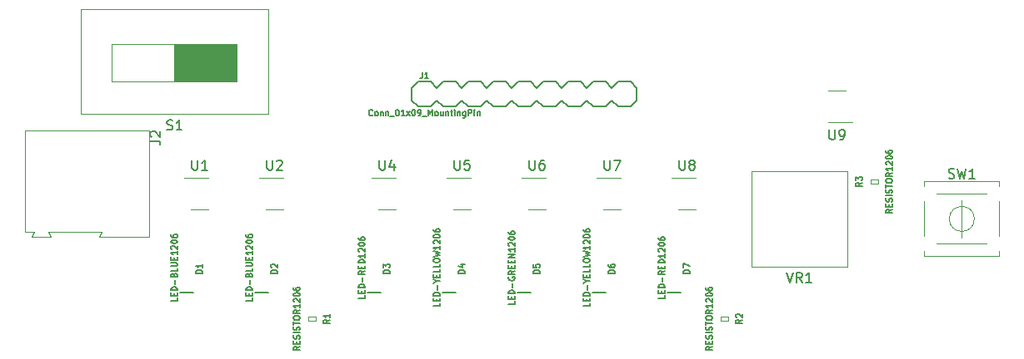
<source format=gbr>
%TF.GenerationSoftware,KiCad,Pcbnew,5.1.10*%
%TF.CreationDate,2021-08-10T02:55:14-04:00*%
%TF.ProjectId,KSG Display Board,4b534720-4469-4737-906c-617920426f61,rev?*%
%TF.SameCoordinates,Original*%
%TF.FileFunction,Legend,Top*%
%TF.FilePolarity,Positive*%
%FSLAX46Y46*%
G04 Gerber Fmt 4.6, Leading zero omitted, Abs format (unit mm)*
G04 Created by KiCad (PCBNEW 5.1.10) date 2021-08-10 02:55:14*
%MOMM*%
%LPD*%
G01*
G04 APERTURE LIST*
%ADD10C,0.066040*%
%ADD11C,0.203200*%
%ADD12C,0.120000*%
%ADD13C,0.100000*%
%ADD14C,0.127000*%
%ADD15C,0.150000*%
G04 APERTURE END LIST*
D10*
%TO.C,R3*%
X176928780Y-123388120D02*
X176928780Y-122991880D01*
X176928780Y-122991880D02*
X176131220Y-122991880D01*
X176131220Y-123388120D02*
X176131220Y-122991880D01*
X176928780Y-123388120D02*
X176131220Y-123388120D01*
%TO.C,R2*%
X160891220Y-136961880D02*
X160891220Y-137358120D01*
X160891220Y-137358120D02*
X161688780Y-137358120D01*
X161688780Y-136961880D02*
X161688780Y-137358120D01*
X160891220Y-136961880D02*
X161688780Y-136961880D01*
%TO.C,R1*%
X118981220Y-136961880D02*
X118981220Y-137358120D01*
X118981220Y-137358120D02*
X119778780Y-137358120D01*
X119778780Y-136961880D02*
X119778780Y-137358120D01*
X118981220Y-136961880D02*
X119778780Y-136961880D01*
D11*
%TO.C,D2*%
X114980720Y-134477760D02*
X113619280Y-134477760D01*
%TO.C,D1*%
X107360720Y-134477760D02*
X105999280Y-134477760D01*
D12*
%TO.C,U2*%
X116470000Y-122850000D02*
X114020000Y-122850000D01*
X114670000Y-126070000D02*
X116470000Y-126070000D01*
%TO.C,U1*%
X108850000Y-122850000D02*
X106400000Y-122850000D01*
X107050000Y-126070000D02*
X108850000Y-126070000D01*
%TO.C,S1*%
X114960000Y-116300000D02*
X95860000Y-116300000D01*
X114960000Y-116300000D02*
X114960000Y-105620000D01*
X95860000Y-116300000D02*
X95860000Y-105620000D01*
X114960000Y-105620000D02*
X95860000Y-105620000D01*
X111760000Y-113030000D02*
X99060000Y-113030000D01*
X99060000Y-113030000D02*
X99060000Y-109220000D01*
X99060000Y-109220000D02*
X111760000Y-109220000D01*
X111760000Y-109220000D02*
X111760000Y-113030000D01*
D13*
G36*
X105410000Y-109220000D02*
G01*
X111760000Y-109220000D01*
X111760000Y-113030000D01*
X105410000Y-113030000D01*
X105410000Y-109220000D01*
G37*
X105410000Y-109220000D02*
X111760000Y-109220000D01*
X111760000Y-113030000D01*
X105410000Y-113030000D01*
X105410000Y-109220000D01*
D12*
%TO.C,J2*%
X102820000Y-128850000D02*
X102820000Y-118000000D01*
X97720000Y-128850000D02*
X102820000Y-128850000D01*
X98020000Y-128350000D02*
X97720000Y-128850000D01*
X92620000Y-128350000D02*
X98020000Y-128350000D01*
X92870000Y-128850000D02*
X92620000Y-128350000D01*
X92820000Y-128850000D02*
X92870000Y-128850000D01*
X90920000Y-128850000D02*
X92820000Y-128850000D01*
X91170000Y-128350000D02*
X90920000Y-128850000D01*
X90220000Y-128350000D02*
X91170000Y-128350000D01*
X90220000Y-118000000D02*
X90220000Y-128350000D01*
X102820000Y-118000000D02*
X90220000Y-118000000D01*
%TO.C,SW1*%
X185420000Y-125095000D02*
X185420000Y-128905000D01*
X185420000Y-125730000D02*
X185420000Y-125095000D01*
X182880000Y-129540000D02*
X187960000Y-129540000D01*
X182880000Y-124460000D02*
X187960000Y-124460000D01*
X189230000Y-123190000D02*
X181610000Y-123190000D01*
X181610000Y-130810000D02*
X189230000Y-130810000D01*
X186690000Y-127000000D02*
G75*
G03*
X186690000Y-127000000I-1270000J0D01*
G01*
X181610000Y-125222000D02*
X181610000Y-128778000D01*
X189230000Y-125222000D02*
X189230000Y-128778000D01*
X189230000Y-123190000D02*
X189230000Y-123698000D01*
X181610000Y-123190000D02*
X181610000Y-123698000D01*
X181610000Y-130810000D02*
X181610000Y-130302000D01*
X189230000Y-130810000D02*
X189230000Y-130302000D01*
%TO.C,VR1*%
X164040000Y-131885000D02*
X164040000Y-122115000D01*
X173810000Y-131885000D02*
X173810000Y-122115000D01*
X173810000Y-122115000D02*
X164040000Y-122115000D01*
X173810000Y-131885000D02*
X164040000Y-131885000D01*
%TO.C,U9*%
X171820000Y-117180000D02*
X174270000Y-117180000D01*
X173620000Y-113960000D02*
X171820000Y-113960000D01*
%TO.C,U8*%
X158380000Y-122850000D02*
X155930000Y-122850000D01*
X156580000Y-126070000D02*
X158380000Y-126070000D01*
%TO.C,U7*%
X150760000Y-122850000D02*
X148310000Y-122850000D01*
X148960000Y-126070000D02*
X150760000Y-126070000D01*
%TO.C,U6*%
X143140000Y-122850000D02*
X140690000Y-122850000D01*
X141340000Y-126070000D02*
X143140000Y-126070000D01*
%TO.C,U5*%
X135520000Y-122850000D02*
X133070000Y-122850000D01*
X133720000Y-126070000D02*
X135520000Y-126070000D01*
%TO.C,U4*%
X127900000Y-122850000D02*
X125450000Y-122850000D01*
X126100000Y-126070000D02*
X127900000Y-126070000D01*
D11*
%TO.C,J1*%
X152400000Y-113665000D02*
X152400000Y-114935000D01*
X151765000Y-115570000D02*
X150495000Y-115570000D01*
X149860000Y-114935000D02*
X150495000Y-115570000D01*
X150495000Y-113030000D02*
X149860000Y-113665000D01*
X152400000Y-114935000D02*
X151765000Y-115570000D01*
X151765000Y-113030000D02*
X152400000Y-113665000D01*
X150495000Y-113030000D02*
X151765000Y-113030000D01*
X149225000Y-115570000D02*
X147955000Y-115570000D01*
X147320000Y-114935000D02*
X147955000Y-115570000D01*
X147955000Y-113030000D02*
X147320000Y-113665000D01*
X149860000Y-114935000D02*
X149225000Y-115570000D01*
X149225000Y-113030000D02*
X149860000Y-113665000D01*
X147955000Y-113030000D02*
X149225000Y-113030000D01*
X131445000Y-115570000D02*
X130175000Y-115570000D01*
X129540000Y-114935000D02*
X130175000Y-115570000D01*
X130175000Y-113030000D02*
X129540000Y-113665000D01*
X129540000Y-113665000D02*
X129540000Y-114935000D01*
X132715000Y-115570000D02*
X132080000Y-114935000D01*
X133985000Y-115570000D02*
X132715000Y-115570000D01*
X134620000Y-114935000D02*
X133985000Y-115570000D01*
X133985000Y-113030000D02*
X134620000Y-113665000D01*
X132715000Y-113030000D02*
X133985000Y-113030000D01*
X132080000Y-113665000D02*
X132715000Y-113030000D01*
X132080000Y-114935000D02*
X131445000Y-115570000D01*
X131445000Y-113030000D02*
X132080000Y-113665000D01*
X130175000Y-113030000D02*
X131445000Y-113030000D01*
X139065000Y-115570000D02*
X137795000Y-115570000D01*
X137160000Y-114935000D02*
X137795000Y-115570000D01*
X137795000Y-113030000D02*
X137160000Y-113665000D01*
X135255000Y-115570000D02*
X134620000Y-114935000D01*
X136525000Y-115570000D02*
X135255000Y-115570000D01*
X137160000Y-114935000D02*
X136525000Y-115570000D01*
X136525000Y-113030000D02*
X137160000Y-113665000D01*
X135255000Y-113030000D02*
X136525000Y-113030000D01*
X134620000Y-113665000D02*
X135255000Y-113030000D01*
X140335000Y-115570000D02*
X139700000Y-114935000D01*
X141605000Y-115570000D02*
X140335000Y-115570000D01*
X142240000Y-114935000D02*
X141605000Y-115570000D01*
X141605000Y-113030000D02*
X142240000Y-113665000D01*
X140335000Y-113030000D02*
X141605000Y-113030000D01*
X139700000Y-113665000D02*
X140335000Y-113030000D01*
X139700000Y-114935000D02*
X139065000Y-115570000D01*
X139065000Y-113030000D02*
X139700000Y-113665000D01*
X137795000Y-113030000D02*
X139065000Y-113030000D01*
X146685000Y-115570000D02*
X145415000Y-115570000D01*
X144780000Y-114935000D02*
X145415000Y-115570000D01*
X145415000Y-113030000D02*
X144780000Y-113665000D01*
X142875000Y-115570000D02*
X142240000Y-114935000D01*
X144145000Y-115570000D02*
X142875000Y-115570000D01*
X144780000Y-114935000D02*
X144145000Y-115570000D01*
X144145000Y-113030000D02*
X144780000Y-113665000D01*
X142875000Y-113030000D02*
X144145000Y-113030000D01*
X142240000Y-113665000D02*
X142875000Y-113030000D01*
X147320000Y-114935000D02*
X146685000Y-115570000D01*
X146685000Y-113030000D02*
X147320000Y-113665000D01*
X145415000Y-113030000D02*
X146685000Y-113030000D01*
%TO.C,D7*%
X156890720Y-134477760D02*
X155529280Y-134477760D01*
%TO.C,D6*%
X149270720Y-134477760D02*
X147909280Y-134477760D01*
%TO.C,D5*%
X141650720Y-134477760D02*
X140289280Y-134477760D01*
%TO.C,D4*%
X134030720Y-134477760D02*
X132669280Y-134477760D01*
%TO.C,D3*%
X126410720Y-134477760D02*
X125049280Y-134477760D01*
%TO.C,R3*%
D14*
X175281771Y-123291600D02*
X174991485Y-123494800D01*
X175281771Y-123639942D02*
X174672171Y-123639942D01*
X174672171Y-123407714D01*
X174701200Y-123349657D01*
X174730228Y-123320628D01*
X174788285Y-123291600D01*
X174875371Y-123291600D01*
X174933428Y-123320628D01*
X174962457Y-123349657D01*
X174991485Y-123407714D01*
X174991485Y-123639942D01*
X174672171Y-123088400D02*
X174672171Y-122711028D01*
X174904400Y-122914228D01*
X174904400Y-122827142D01*
X174933428Y-122769085D01*
X174962457Y-122740057D01*
X175020514Y-122711028D01*
X175165657Y-122711028D01*
X175223714Y-122740057D01*
X175252742Y-122769085D01*
X175281771Y-122827142D01*
X175281771Y-123001314D01*
X175252742Y-123059371D01*
X175223714Y-123088400D01*
X178329771Y-126020285D02*
X178039485Y-126223485D01*
X178329771Y-126368628D02*
X177720171Y-126368628D01*
X177720171Y-126136400D01*
X177749200Y-126078342D01*
X177778228Y-126049314D01*
X177836285Y-126020285D01*
X177923371Y-126020285D01*
X177981428Y-126049314D01*
X178010457Y-126078342D01*
X178039485Y-126136400D01*
X178039485Y-126368628D01*
X178010457Y-125759028D02*
X178010457Y-125555828D01*
X178329771Y-125468742D02*
X178329771Y-125759028D01*
X177720171Y-125759028D01*
X177720171Y-125468742D01*
X178300742Y-125236514D02*
X178329771Y-125149428D01*
X178329771Y-125004285D01*
X178300742Y-124946228D01*
X178271714Y-124917200D01*
X178213657Y-124888171D01*
X178155600Y-124888171D01*
X178097542Y-124917200D01*
X178068514Y-124946228D01*
X178039485Y-125004285D01*
X178010457Y-125120400D01*
X177981428Y-125178457D01*
X177952400Y-125207485D01*
X177894342Y-125236514D01*
X177836285Y-125236514D01*
X177778228Y-125207485D01*
X177749200Y-125178457D01*
X177720171Y-125120400D01*
X177720171Y-124975257D01*
X177749200Y-124888171D01*
X178329771Y-124626914D02*
X177720171Y-124626914D01*
X178300742Y-124365657D02*
X178329771Y-124278571D01*
X178329771Y-124133428D01*
X178300742Y-124075371D01*
X178271714Y-124046342D01*
X178213657Y-124017314D01*
X178155600Y-124017314D01*
X178097542Y-124046342D01*
X178068514Y-124075371D01*
X178039485Y-124133428D01*
X178010457Y-124249542D01*
X177981428Y-124307600D01*
X177952400Y-124336628D01*
X177894342Y-124365657D01*
X177836285Y-124365657D01*
X177778228Y-124336628D01*
X177749200Y-124307600D01*
X177720171Y-124249542D01*
X177720171Y-124104400D01*
X177749200Y-124017314D01*
X177720171Y-123843142D02*
X177720171Y-123494800D01*
X178329771Y-123668971D02*
X177720171Y-123668971D01*
X177720171Y-123175485D02*
X177720171Y-123059371D01*
X177749200Y-123001314D01*
X177807257Y-122943257D01*
X177923371Y-122914228D01*
X178126571Y-122914228D01*
X178242685Y-122943257D01*
X178300742Y-123001314D01*
X178329771Y-123059371D01*
X178329771Y-123175485D01*
X178300742Y-123233542D01*
X178242685Y-123291600D01*
X178126571Y-123320628D01*
X177923371Y-123320628D01*
X177807257Y-123291600D01*
X177749200Y-123233542D01*
X177720171Y-123175485D01*
X178329771Y-122304628D02*
X178039485Y-122507828D01*
X178329771Y-122652971D02*
X177720171Y-122652971D01*
X177720171Y-122420742D01*
X177749200Y-122362685D01*
X177778228Y-122333657D01*
X177836285Y-122304628D01*
X177923371Y-122304628D01*
X177981428Y-122333657D01*
X178010457Y-122362685D01*
X178039485Y-122420742D01*
X178039485Y-122652971D01*
X178329771Y-121724057D02*
X178329771Y-122072400D01*
X178329771Y-121898228D02*
X177720171Y-121898228D01*
X177807257Y-121956285D01*
X177865314Y-122014342D01*
X177894342Y-122072400D01*
X177778228Y-121491828D02*
X177749200Y-121462800D01*
X177720171Y-121404742D01*
X177720171Y-121259600D01*
X177749200Y-121201542D01*
X177778228Y-121172514D01*
X177836285Y-121143485D01*
X177894342Y-121143485D01*
X177981428Y-121172514D01*
X178329771Y-121520857D01*
X178329771Y-121143485D01*
X177720171Y-120766114D02*
X177720171Y-120708057D01*
X177749200Y-120650000D01*
X177778228Y-120620971D01*
X177836285Y-120591942D01*
X177952400Y-120562914D01*
X178097542Y-120562914D01*
X178213657Y-120591942D01*
X178271714Y-120620971D01*
X178300742Y-120650000D01*
X178329771Y-120708057D01*
X178329771Y-120766114D01*
X178300742Y-120824171D01*
X178271714Y-120853200D01*
X178213657Y-120882228D01*
X178097542Y-120911257D01*
X177952400Y-120911257D01*
X177836285Y-120882228D01*
X177778228Y-120853200D01*
X177749200Y-120824171D01*
X177720171Y-120766114D01*
X177720171Y-120040400D02*
X177720171Y-120156514D01*
X177749200Y-120214571D01*
X177778228Y-120243600D01*
X177865314Y-120301657D01*
X177981428Y-120330685D01*
X178213657Y-120330685D01*
X178271714Y-120301657D01*
X178300742Y-120272628D01*
X178329771Y-120214571D01*
X178329771Y-120098457D01*
X178300742Y-120040400D01*
X178271714Y-120011371D01*
X178213657Y-119982342D01*
X178068514Y-119982342D01*
X178010457Y-120011371D01*
X177981428Y-120040400D01*
X177952400Y-120098457D01*
X177952400Y-120214571D01*
X177981428Y-120272628D01*
X178010457Y-120301657D01*
X178068514Y-120330685D01*
%TO.C,R2*%
X163089771Y-137261600D02*
X162799485Y-137464800D01*
X163089771Y-137609942D02*
X162480171Y-137609942D01*
X162480171Y-137377714D01*
X162509200Y-137319657D01*
X162538228Y-137290628D01*
X162596285Y-137261600D01*
X162683371Y-137261600D01*
X162741428Y-137290628D01*
X162770457Y-137319657D01*
X162799485Y-137377714D01*
X162799485Y-137609942D01*
X162538228Y-137029371D02*
X162509200Y-137000342D01*
X162480171Y-136942285D01*
X162480171Y-136797142D01*
X162509200Y-136739085D01*
X162538228Y-136710057D01*
X162596285Y-136681028D01*
X162654342Y-136681028D01*
X162741428Y-136710057D01*
X163089771Y-137058400D01*
X163089771Y-136681028D01*
X160041771Y-139990285D02*
X159751485Y-140193485D01*
X160041771Y-140338628D02*
X159432171Y-140338628D01*
X159432171Y-140106400D01*
X159461200Y-140048342D01*
X159490228Y-140019314D01*
X159548285Y-139990285D01*
X159635371Y-139990285D01*
X159693428Y-140019314D01*
X159722457Y-140048342D01*
X159751485Y-140106400D01*
X159751485Y-140338628D01*
X159722457Y-139729028D02*
X159722457Y-139525828D01*
X160041771Y-139438742D02*
X160041771Y-139729028D01*
X159432171Y-139729028D01*
X159432171Y-139438742D01*
X160012742Y-139206514D02*
X160041771Y-139119428D01*
X160041771Y-138974285D01*
X160012742Y-138916228D01*
X159983714Y-138887200D01*
X159925657Y-138858171D01*
X159867600Y-138858171D01*
X159809542Y-138887200D01*
X159780514Y-138916228D01*
X159751485Y-138974285D01*
X159722457Y-139090400D01*
X159693428Y-139148457D01*
X159664400Y-139177485D01*
X159606342Y-139206514D01*
X159548285Y-139206514D01*
X159490228Y-139177485D01*
X159461200Y-139148457D01*
X159432171Y-139090400D01*
X159432171Y-138945257D01*
X159461200Y-138858171D01*
X160041771Y-138596914D02*
X159432171Y-138596914D01*
X160012742Y-138335657D02*
X160041771Y-138248571D01*
X160041771Y-138103428D01*
X160012742Y-138045371D01*
X159983714Y-138016342D01*
X159925657Y-137987314D01*
X159867600Y-137987314D01*
X159809542Y-138016342D01*
X159780514Y-138045371D01*
X159751485Y-138103428D01*
X159722457Y-138219542D01*
X159693428Y-138277600D01*
X159664400Y-138306628D01*
X159606342Y-138335657D01*
X159548285Y-138335657D01*
X159490228Y-138306628D01*
X159461200Y-138277600D01*
X159432171Y-138219542D01*
X159432171Y-138074400D01*
X159461200Y-137987314D01*
X159432171Y-137813142D02*
X159432171Y-137464800D01*
X160041771Y-137638971D02*
X159432171Y-137638971D01*
X159432171Y-137145485D02*
X159432171Y-137029371D01*
X159461200Y-136971314D01*
X159519257Y-136913257D01*
X159635371Y-136884228D01*
X159838571Y-136884228D01*
X159954685Y-136913257D01*
X160012742Y-136971314D01*
X160041771Y-137029371D01*
X160041771Y-137145485D01*
X160012742Y-137203542D01*
X159954685Y-137261600D01*
X159838571Y-137290628D01*
X159635371Y-137290628D01*
X159519257Y-137261600D01*
X159461200Y-137203542D01*
X159432171Y-137145485D01*
X160041771Y-136274628D02*
X159751485Y-136477828D01*
X160041771Y-136622971D02*
X159432171Y-136622971D01*
X159432171Y-136390742D01*
X159461200Y-136332685D01*
X159490228Y-136303657D01*
X159548285Y-136274628D01*
X159635371Y-136274628D01*
X159693428Y-136303657D01*
X159722457Y-136332685D01*
X159751485Y-136390742D01*
X159751485Y-136622971D01*
X160041771Y-135694057D02*
X160041771Y-136042400D01*
X160041771Y-135868228D02*
X159432171Y-135868228D01*
X159519257Y-135926285D01*
X159577314Y-135984342D01*
X159606342Y-136042400D01*
X159490228Y-135461828D02*
X159461200Y-135432800D01*
X159432171Y-135374742D01*
X159432171Y-135229600D01*
X159461200Y-135171542D01*
X159490228Y-135142514D01*
X159548285Y-135113485D01*
X159606342Y-135113485D01*
X159693428Y-135142514D01*
X160041771Y-135490857D01*
X160041771Y-135113485D01*
X159432171Y-134736114D02*
X159432171Y-134678057D01*
X159461200Y-134620000D01*
X159490228Y-134590971D01*
X159548285Y-134561942D01*
X159664400Y-134532914D01*
X159809542Y-134532914D01*
X159925657Y-134561942D01*
X159983714Y-134590971D01*
X160012742Y-134620000D01*
X160041771Y-134678057D01*
X160041771Y-134736114D01*
X160012742Y-134794171D01*
X159983714Y-134823200D01*
X159925657Y-134852228D01*
X159809542Y-134881257D01*
X159664400Y-134881257D01*
X159548285Y-134852228D01*
X159490228Y-134823200D01*
X159461200Y-134794171D01*
X159432171Y-134736114D01*
X159432171Y-134010400D02*
X159432171Y-134126514D01*
X159461200Y-134184571D01*
X159490228Y-134213600D01*
X159577314Y-134271657D01*
X159693428Y-134300685D01*
X159925657Y-134300685D01*
X159983714Y-134271657D01*
X160012742Y-134242628D01*
X160041771Y-134184571D01*
X160041771Y-134068457D01*
X160012742Y-134010400D01*
X159983714Y-133981371D01*
X159925657Y-133952342D01*
X159780514Y-133952342D01*
X159722457Y-133981371D01*
X159693428Y-134010400D01*
X159664400Y-134068457D01*
X159664400Y-134184571D01*
X159693428Y-134242628D01*
X159722457Y-134271657D01*
X159780514Y-134300685D01*
%TO.C,R1*%
X121179771Y-137261600D02*
X120889485Y-137464800D01*
X121179771Y-137609942D02*
X120570171Y-137609942D01*
X120570171Y-137377714D01*
X120599200Y-137319657D01*
X120628228Y-137290628D01*
X120686285Y-137261600D01*
X120773371Y-137261600D01*
X120831428Y-137290628D01*
X120860457Y-137319657D01*
X120889485Y-137377714D01*
X120889485Y-137609942D01*
X121179771Y-136681028D02*
X121179771Y-137029371D01*
X121179771Y-136855200D02*
X120570171Y-136855200D01*
X120657257Y-136913257D01*
X120715314Y-136971314D01*
X120744342Y-137029371D01*
X118131771Y-139990285D02*
X117841485Y-140193485D01*
X118131771Y-140338628D02*
X117522171Y-140338628D01*
X117522171Y-140106400D01*
X117551200Y-140048342D01*
X117580228Y-140019314D01*
X117638285Y-139990285D01*
X117725371Y-139990285D01*
X117783428Y-140019314D01*
X117812457Y-140048342D01*
X117841485Y-140106400D01*
X117841485Y-140338628D01*
X117812457Y-139729028D02*
X117812457Y-139525828D01*
X118131771Y-139438742D02*
X118131771Y-139729028D01*
X117522171Y-139729028D01*
X117522171Y-139438742D01*
X118102742Y-139206514D02*
X118131771Y-139119428D01*
X118131771Y-138974285D01*
X118102742Y-138916228D01*
X118073714Y-138887200D01*
X118015657Y-138858171D01*
X117957600Y-138858171D01*
X117899542Y-138887200D01*
X117870514Y-138916228D01*
X117841485Y-138974285D01*
X117812457Y-139090400D01*
X117783428Y-139148457D01*
X117754400Y-139177485D01*
X117696342Y-139206514D01*
X117638285Y-139206514D01*
X117580228Y-139177485D01*
X117551200Y-139148457D01*
X117522171Y-139090400D01*
X117522171Y-138945257D01*
X117551200Y-138858171D01*
X118131771Y-138596914D02*
X117522171Y-138596914D01*
X118102742Y-138335657D02*
X118131771Y-138248571D01*
X118131771Y-138103428D01*
X118102742Y-138045371D01*
X118073714Y-138016342D01*
X118015657Y-137987314D01*
X117957600Y-137987314D01*
X117899542Y-138016342D01*
X117870514Y-138045371D01*
X117841485Y-138103428D01*
X117812457Y-138219542D01*
X117783428Y-138277600D01*
X117754400Y-138306628D01*
X117696342Y-138335657D01*
X117638285Y-138335657D01*
X117580228Y-138306628D01*
X117551200Y-138277600D01*
X117522171Y-138219542D01*
X117522171Y-138074400D01*
X117551200Y-137987314D01*
X117522171Y-137813142D02*
X117522171Y-137464800D01*
X118131771Y-137638971D02*
X117522171Y-137638971D01*
X117522171Y-137145485D02*
X117522171Y-137029371D01*
X117551200Y-136971314D01*
X117609257Y-136913257D01*
X117725371Y-136884228D01*
X117928571Y-136884228D01*
X118044685Y-136913257D01*
X118102742Y-136971314D01*
X118131771Y-137029371D01*
X118131771Y-137145485D01*
X118102742Y-137203542D01*
X118044685Y-137261600D01*
X117928571Y-137290628D01*
X117725371Y-137290628D01*
X117609257Y-137261600D01*
X117551200Y-137203542D01*
X117522171Y-137145485D01*
X118131771Y-136274628D02*
X117841485Y-136477828D01*
X118131771Y-136622971D02*
X117522171Y-136622971D01*
X117522171Y-136390742D01*
X117551200Y-136332685D01*
X117580228Y-136303657D01*
X117638285Y-136274628D01*
X117725371Y-136274628D01*
X117783428Y-136303657D01*
X117812457Y-136332685D01*
X117841485Y-136390742D01*
X117841485Y-136622971D01*
X118131771Y-135694057D02*
X118131771Y-136042400D01*
X118131771Y-135868228D02*
X117522171Y-135868228D01*
X117609257Y-135926285D01*
X117667314Y-135984342D01*
X117696342Y-136042400D01*
X117580228Y-135461828D02*
X117551200Y-135432800D01*
X117522171Y-135374742D01*
X117522171Y-135229600D01*
X117551200Y-135171542D01*
X117580228Y-135142514D01*
X117638285Y-135113485D01*
X117696342Y-135113485D01*
X117783428Y-135142514D01*
X118131771Y-135490857D01*
X118131771Y-135113485D01*
X117522171Y-134736114D02*
X117522171Y-134678057D01*
X117551200Y-134620000D01*
X117580228Y-134590971D01*
X117638285Y-134561942D01*
X117754400Y-134532914D01*
X117899542Y-134532914D01*
X118015657Y-134561942D01*
X118073714Y-134590971D01*
X118102742Y-134620000D01*
X118131771Y-134678057D01*
X118131771Y-134736114D01*
X118102742Y-134794171D01*
X118073714Y-134823200D01*
X118015657Y-134852228D01*
X117899542Y-134881257D01*
X117754400Y-134881257D01*
X117638285Y-134852228D01*
X117580228Y-134823200D01*
X117551200Y-134794171D01*
X117522171Y-134736114D01*
X117522171Y-134010400D02*
X117522171Y-134126514D01*
X117551200Y-134184571D01*
X117580228Y-134213600D01*
X117667314Y-134271657D01*
X117783428Y-134300685D01*
X118015657Y-134300685D01*
X118073714Y-134271657D01*
X118102742Y-134242628D01*
X118131771Y-134184571D01*
X118131771Y-134068457D01*
X118102742Y-134010400D01*
X118073714Y-133981371D01*
X118015657Y-133952342D01*
X117870514Y-133952342D01*
X117812457Y-133981371D01*
X117783428Y-134010400D01*
X117754400Y-134068457D01*
X117754400Y-134184571D01*
X117783428Y-134242628D01*
X117812457Y-134271657D01*
X117870514Y-134300685D01*
%TO.C,D2*%
X115845771Y-132529942D02*
X115236171Y-132529942D01*
X115236171Y-132384800D01*
X115265200Y-132297714D01*
X115323257Y-132239657D01*
X115381314Y-132210628D01*
X115497428Y-132181600D01*
X115584514Y-132181600D01*
X115700628Y-132210628D01*
X115758685Y-132239657D01*
X115816742Y-132297714D01*
X115845771Y-132384800D01*
X115845771Y-132529942D01*
X115294228Y-131949371D02*
X115265200Y-131920342D01*
X115236171Y-131862285D01*
X115236171Y-131717142D01*
X115265200Y-131659085D01*
X115294228Y-131630057D01*
X115352285Y-131601028D01*
X115410342Y-131601028D01*
X115497428Y-131630057D01*
X115845771Y-131978400D01*
X115845771Y-131601028D01*
X113305771Y-135030028D02*
X113305771Y-135320314D01*
X112696171Y-135320314D01*
X112986457Y-134826828D02*
X112986457Y-134623628D01*
X113305771Y-134536542D02*
X113305771Y-134826828D01*
X112696171Y-134826828D01*
X112696171Y-134536542D01*
X113305771Y-134275285D02*
X112696171Y-134275285D01*
X112696171Y-134130142D01*
X112725200Y-134043057D01*
X112783257Y-133985000D01*
X112841314Y-133955971D01*
X112957428Y-133926942D01*
X113044514Y-133926942D01*
X113160628Y-133955971D01*
X113218685Y-133985000D01*
X113276742Y-134043057D01*
X113305771Y-134130142D01*
X113305771Y-134275285D01*
X113073542Y-133665685D02*
X113073542Y-133201228D01*
X112986457Y-132707742D02*
X113015485Y-132620657D01*
X113044514Y-132591628D01*
X113102571Y-132562600D01*
X113189657Y-132562600D01*
X113247714Y-132591628D01*
X113276742Y-132620657D01*
X113305771Y-132678714D01*
X113305771Y-132910942D01*
X112696171Y-132910942D01*
X112696171Y-132707742D01*
X112725200Y-132649685D01*
X112754228Y-132620657D01*
X112812285Y-132591628D01*
X112870342Y-132591628D01*
X112928400Y-132620657D01*
X112957428Y-132649685D01*
X112986457Y-132707742D01*
X112986457Y-132910942D01*
X113305771Y-132011057D02*
X113305771Y-132301342D01*
X112696171Y-132301342D01*
X112696171Y-131807857D02*
X113189657Y-131807857D01*
X113247714Y-131778828D01*
X113276742Y-131749800D01*
X113305771Y-131691742D01*
X113305771Y-131575628D01*
X113276742Y-131517571D01*
X113247714Y-131488542D01*
X113189657Y-131459514D01*
X112696171Y-131459514D01*
X112986457Y-131169228D02*
X112986457Y-130966028D01*
X113305771Y-130878942D02*
X113305771Y-131169228D01*
X112696171Y-131169228D01*
X112696171Y-130878942D01*
X113305771Y-130298371D02*
X113305771Y-130646714D01*
X113305771Y-130472542D02*
X112696171Y-130472542D01*
X112783257Y-130530600D01*
X112841314Y-130588657D01*
X112870342Y-130646714D01*
X112754228Y-130066142D02*
X112725200Y-130037114D01*
X112696171Y-129979057D01*
X112696171Y-129833914D01*
X112725200Y-129775857D01*
X112754228Y-129746828D01*
X112812285Y-129717800D01*
X112870342Y-129717800D01*
X112957428Y-129746828D01*
X113305771Y-130095171D01*
X113305771Y-129717800D01*
X112696171Y-129340428D02*
X112696171Y-129282371D01*
X112725200Y-129224314D01*
X112754228Y-129195285D01*
X112812285Y-129166257D01*
X112928400Y-129137228D01*
X113073542Y-129137228D01*
X113189657Y-129166257D01*
X113247714Y-129195285D01*
X113276742Y-129224314D01*
X113305771Y-129282371D01*
X113305771Y-129340428D01*
X113276742Y-129398485D01*
X113247714Y-129427514D01*
X113189657Y-129456542D01*
X113073542Y-129485571D01*
X112928400Y-129485571D01*
X112812285Y-129456542D01*
X112754228Y-129427514D01*
X112725200Y-129398485D01*
X112696171Y-129340428D01*
X112696171Y-128614714D02*
X112696171Y-128730828D01*
X112725200Y-128788885D01*
X112754228Y-128817914D01*
X112841314Y-128875971D01*
X112957428Y-128905000D01*
X113189657Y-128905000D01*
X113247714Y-128875971D01*
X113276742Y-128846942D01*
X113305771Y-128788885D01*
X113305771Y-128672771D01*
X113276742Y-128614714D01*
X113247714Y-128585685D01*
X113189657Y-128556657D01*
X113044514Y-128556657D01*
X112986457Y-128585685D01*
X112957428Y-128614714D01*
X112928400Y-128672771D01*
X112928400Y-128788885D01*
X112957428Y-128846942D01*
X112986457Y-128875971D01*
X113044514Y-128905000D01*
%TO.C,D1*%
X108225771Y-132529942D02*
X107616171Y-132529942D01*
X107616171Y-132384800D01*
X107645200Y-132297714D01*
X107703257Y-132239657D01*
X107761314Y-132210628D01*
X107877428Y-132181600D01*
X107964514Y-132181600D01*
X108080628Y-132210628D01*
X108138685Y-132239657D01*
X108196742Y-132297714D01*
X108225771Y-132384800D01*
X108225771Y-132529942D01*
X108225771Y-131601028D02*
X108225771Y-131949371D01*
X108225771Y-131775200D02*
X107616171Y-131775200D01*
X107703257Y-131833257D01*
X107761314Y-131891314D01*
X107790342Y-131949371D01*
X105685771Y-135030028D02*
X105685771Y-135320314D01*
X105076171Y-135320314D01*
X105366457Y-134826828D02*
X105366457Y-134623628D01*
X105685771Y-134536542D02*
X105685771Y-134826828D01*
X105076171Y-134826828D01*
X105076171Y-134536542D01*
X105685771Y-134275285D02*
X105076171Y-134275285D01*
X105076171Y-134130142D01*
X105105200Y-134043057D01*
X105163257Y-133985000D01*
X105221314Y-133955971D01*
X105337428Y-133926942D01*
X105424514Y-133926942D01*
X105540628Y-133955971D01*
X105598685Y-133985000D01*
X105656742Y-134043057D01*
X105685771Y-134130142D01*
X105685771Y-134275285D01*
X105453542Y-133665685D02*
X105453542Y-133201228D01*
X105366457Y-132707742D02*
X105395485Y-132620657D01*
X105424514Y-132591628D01*
X105482571Y-132562600D01*
X105569657Y-132562600D01*
X105627714Y-132591628D01*
X105656742Y-132620657D01*
X105685771Y-132678714D01*
X105685771Y-132910942D01*
X105076171Y-132910942D01*
X105076171Y-132707742D01*
X105105200Y-132649685D01*
X105134228Y-132620657D01*
X105192285Y-132591628D01*
X105250342Y-132591628D01*
X105308400Y-132620657D01*
X105337428Y-132649685D01*
X105366457Y-132707742D01*
X105366457Y-132910942D01*
X105685771Y-132011057D02*
X105685771Y-132301342D01*
X105076171Y-132301342D01*
X105076171Y-131807857D02*
X105569657Y-131807857D01*
X105627714Y-131778828D01*
X105656742Y-131749800D01*
X105685771Y-131691742D01*
X105685771Y-131575628D01*
X105656742Y-131517571D01*
X105627714Y-131488542D01*
X105569657Y-131459514D01*
X105076171Y-131459514D01*
X105366457Y-131169228D02*
X105366457Y-130966028D01*
X105685771Y-130878942D02*
X105685771Y-131169228D01*
X105076171Y-131169228D01*
X105076171Y-130878942D01*
X105685771Y-130298371D02*
X105685771Y-130646714D01*
X105685771Y-130472542D02*
X105076171Y-130472542D01*
X105163257Y-130530600D01*
X105221314Y-130588657D01*
X105250342Y-130646714D01*
X105134228Y-130066142D02*
X105105200Y-130037114D01*
X105076171Y-129979057D01*
X105076171Y-129833914D01*
X105105200Y-129775857D01*
X105134228Y-129746828D01*
X105192285Y-129717800D01*
X105250342Y-129717800D01*
X105337428Y-129746828D01*
X105685771Y-130095171D01*
X105685771Y-129717800D01*
X105076171Y-129340428D02*
X105076171Y-129282371D01*
X105105200Y-129224314D01*
X105134228Y-129195285D01*
X105192285Y-129166257D01*
X105308400Y-129137228D01*
X105453542Y-129137228D01*
X105569657Y-129166257D01*
X105627714Y-129195285D01*
X105656742Y-129224314D01*
X105685771Y-129282371D01*
X105685771Y-129340428D01*
X105656742Y-129398485D01*
X105627714Y-129427514D01*
X105569657Y-129456542D01*
X105453542Y-129485571D01*
X105308400Y-129485571D01*
X105192285Y-129456542D01*
X105134228Y-129427514D01*
X105105200Y-129398485D01*
X105076171Y-129340428D01*
X105076171Y-128614714D02*
X105076171Y-128730828D01*
X105105200Y-128788885D01*
X105134228Y-128817914D01*
X105221314Y-128875971D01*
X105337428Y-128905000D01*
X105569657Y-128905000D01*
X105627714Y-128875971D01*
X105656742Y-128846942D01*
X105685771Y-128788885D01*
X105685771Y-128672771D01*
X105656742Y-128614714D01*
X105627714Y-128585685D01*
X105569657Y-128556657D01*
X105424514Y-128556657D01*
X105366457Y-128585685D01*
X105337428Y-128614714D01*
X105308400Y-128672771D01*
X105308400Y-128788885D01*
X105337428Y-128846942D01*
X105366457Y-128875971D01*
X105424514Y-128905000D01*
%TO.C,U2*%
D15*
X114808095Y-121012380D02*
X114808095Y-121821904D01*
X114855714Y-121917142D01*
X114903333Y-121964761D01*
X114998571Y-122012380D01*
X115189047Y-122012380D01*
X115284285Y-121964761D01*
X115331904Y-121917142D01*
X115379523Y-121821904D01*
X115379523Y-121012380D01*
X115808095Y-121107619D02*
X115855714Y-121060000D01*
X115950952Y-121012380D01*
X116189047Y-121012380D01*
X116284285Y-121060000D01*
X116331904Y-121107619D01*
X116379523Y-121202857D01*
X116379523Y-121298095D01*
X116331904Y-121440952D01*
X115760476Y-122012380D01*
X116379523Y-122012380D01*
%TO.C,U1*%
X107188095Y-121012380D02*
X107188095Y-121821904D01*
X107235714Y-121917142D01*
X107283333Y-121964761D01*
X107378571Y-122012380D01*
X107569047Y-122012380D01*
X107664285Y-121964761D01*
X107711904Y-121917142D01*
X107759523Y-121821904D01*
X107759523Y-121012380D01*
X108759523Y-122012380D02*
X108188095Y-122012380D01*
X108473809Y-122012380D02*
X108473809Y-121012380D01*
X108378571Y-121155238D01*
X108283333Y-121250476D01*
X108188095Y-121298095D01*
%TO.C,S1*%
X104648095Y-117879761D02*
X104790952Y-117927380D01*
X105029047Y-117927380D01*
X105124285Y-117879761D01*
X105171904Y-117832142D01*
X105219523Y-117736904D01*
X105219523Y-117641666D01*
X105171904Y-117546428D01*
X105124285Y-117498809D01*
X105029047Y-117451190D01*
X104838571Y-117403571D01*
X104743333Y-117355952D01*
X104695714Y-117308333D01*
X104648095Y-117213095D01*
X104648095Y-117117857D01*
X104695714Y-117022619D01*
X104743333Y-116975000D01*
X104838571Y-116927380D01*
X105076666Y-116927380D01*
X105219523Y-116975000D01*
X106171904Y-117927380D02*
X105600476Y-117927380D01*
X105886190Y-117927380D02*
X105886190Y-116927380D01*
X105790952Y-117070238D01*
X105695714Y-117165476D01*
X105600476Y-117213095D01*
%TO.C,J2*%
X102962380Y-119063333D02*
X103676666Y-119063333D01*
X103819523Y-119110952D01*
X103914761Y-119206190D01*
X103962380Y-119349047D01*
X103962380Y-119444285D01*
X103057619Y-118634761D02*
X103010000Y-118587142D01*
X102962380Y-118491904D01*
X102962380Y-118253809D01*
X103010000Y-118158571D01*
X103057619Y-118110952D01*
X103152857Y-118063333D01*
X103248095Y-118063333D01*
X103390952Y-118110952D01*
X103962380Y-118682380D01*
X103962380Y-118063333D01*
%TO.C,SW1*%
X184086666Y-122824761D02*
X184229523Y-122872380D01*
X184467619Y-122872380D01*
X184562857Y-122824761D01*
X184610476Y-122777142D01*
X184658095Y-122681904D01*
X184658095Y-122586666D01*
X184610476Y-122491428D01*
X184562857Y-122443809D01*
X184467619Y-122396190D01*
X184277142Y-122348571D01*
X184181904Y-122300952D01*
X184134285Y-122253333D01*
X184086666Y-122158095D01*
X184086666Y-122062857D01*
X184134285Y-121967619D01*
X184181904Y-121920000D01*
X184277142Y-121872380D01*
X184515238Y-121872380D01*
X184658095Y-121920000D01*
X184991428Y-121872380D02*
X185229523Y-122872380D01*
X185420000Y-122158095D01*
X185610476Y-122872380D01*
X185848571Y-121872380D01*
X186753333Y-122872380D02*
X186181904Y-122872380D01*
X186467619Y-122872380D02*
X186467619Y-121872380D01*
X186372380Y-122015238D01*
X186277142Y-122110476D01*
X186181904Y-122158095D01*
%TO.C,VR1*%
X167615476Y-132467380D02*
X167948809Y-133467380D01*
X168282142Y-132467380D01*
X169186904Y-133467380D02*
X168853571Y-132991190D01*
X168615476Y-133467380D02*
X168615476Y-132467380D01*
X168996428Y-132467380D01*
X169091666Y-132515000D01*
X169139285Y-132562619D01*
X169186904Y-132657857D01*
X169186904Y-132800714D01*
X169139285Y-132895952D01*
X169091666Y-132943571D01*
X168996428Y-132991190D01*
X168615476Y-132991190D01*
X170139285Y-133467380D02*
X169567857Y-133467380D01*
X169853571Y-133467380D02*
X169853571Y-132467380D01*
X169758333Y-132610238D01*
X169663095Y-132705476D01*
X169567857Y-132753095D01*
%TO.C,U9*%
X171958095Y-117922380D02*
X171958095Y-118731904D01*
X172005714Y-118827142D01*
X172053333Y-118874761D01*
X172148571Y-118922380D01*
X172339047Y-118922380D01*
X172434285Y-118874761D01*
X172481904Y-118827142D01*
X172529523Y-118731904D01*
X172529523Y-117922380D01*
X173053333Y-118922380D02*
X173243809Y-118922380D01*
X173339047Y-118874761D01*
X173386666Y-118827142D01*
X173481904Y-118684285D01*
X173529523Y-118493809D01*
X173529523Y-118112857D01*
X173481904Y-118017619D01*
X173434285Y-117970000D01*
X173339047Y-117922380D01*
X173148571Y-117922380D01*
X173053333Y-117970000D01*
X173005714Y-118017619D01*
X172958095Y-118112857D01*
X172958095Y-118350952D01*
X173005714Y-118446190D01*
X173053333Y-118493809D01*
X173148571Y-118541428D01*
X173339047Y-118541428D01*
X173434285Y-118493809D01*
X173481904Y-118446190D01*
X173529523Y-118350952D01*
%TO.C,U8*%
X156718095Y-121012380D02*
X156718095Y-121821904D01*
X156765714Y-121917142D01*
X156813333Y-121964761D01*
X156908571Y-122012380D01*
X157099047Y-122012380D01*
X157194285Y-121964761D01*
X157241904Y-121917142D01*
X157289523Y-121821904D01*
X157289523Y-121012380D01*
X157908571Y-121440952D02*
X157813333Y-121393333D01*
X157765714Y-121345714D01*
X157718095Y-121250476D01*
X157718095Y-121202857D01*
X157765714Y-121107619D01*
X157813333Y-121060000D01*
X157908571Y-121012380D01*
X158099047Y-121012380D01*
X158194285Y-121060000D01*
X158241904Y-121107619D01*
X158289523Y-121202857D01*
X158289523Y-121250476D01*
X158241904Y-121345714D01*
X158194285Y-121393333D01*
X158099047Y-121440952D01*
X157908571Y-121440952D01*
X157813333Y-121488571D01*
X157765714Y-121536190D01*
X157718095Y-121631428D01*
X157718095Y-121821904D01*
X157765714Y-121917142D01*
X157813333Y-121964761D01*
X157908571Y-122012380D01*
X158099047Y-122012380D01*
X158194285Y-121964761D01*
X158241904Y-121917142D01*
X158289523Y-121821904D01*
X158289523Y-121631428D01*
X158241904Y-121536190D01*
X158194285Y-121488571D01*
X158099047Y-121440952D01*
%TO.C,U7*%
X149098095Y-121012380D02*
X149098095Y-121821904D01*
X149145714Y-121917142D01*
X149193333Y-121964761D01*
X149288571Y-122012380D01*
X149479047Y-122012380D01*
X149574285Y-121964761D01*
X149621904Y-121917142D01*
X149669523Y-121821904D01*
X149669523Y-121012380D01*
X150050476Y-121012380D02*
X150717142Y-121012380D01*
X150288571Y-122012380D01*
%TO.C,U6*%
X141478095Y-121012380D02*
X141478095Y-121821904D01*
X141525714Y-121917142D01*
X141573333Y-121964761D01*
X141668571Y-122012380D01*
X141859047Y-122012380D01*
X141954285Y-121964761D01*
X142001904Y-121917142D01*
X142049523Y-121821904D01*
X142049523Y-121012380D01*
X142954285Y-121012380D02*
X142763809Y-121012380D01*
X142668571Y-121060000D01*
X142620952Y-121107619D01*
X142525714Y-121250476D01*
X142478095Y-121440952D01*
X142478095Y-121821904D01*
X142525714Y-121917142D01*
X142573333Y-121964761D01*
X142668571Y-122012380D01*
X142859047Y-122012380D01*
X142954285Y-121964761D01*
X143001904Y-121917142D01*
X143049523Y-121821904D01*
X143049523Y-121583809D01*
X143001904Y-121488571D01*
X142954285Y-121440952D01*
X142859047Y-121393333D01*
X142668571Y-121393333D01*
X142573333Y-121440952D01*
X142525714Y-121488571D01*
X142478095Y-121583809D01*
%TO.C,U5*%
X133858095Y-121012380D02*
X133858095Y-121821904D01*
X133905714Y-121917142D01*
X133953333Y-121964761D01*
X134048571Y-122012380D01*
X134239047Y-122012380D01*
X134334285Y-121964761D01*
X134381904Y-121917142D01*
X134429523Y-121821904D01*
X134429523Y-121012380D01*
X135381904Y-121012380D02*
X134905714Y-121012380D01*
X134858095Y-121488571D01*
X134905714Y-121440952D01*
X135000952Y-121393333D01*
X135239047Y-121393333D01*
X135334285Y-121440952D01*
X135381904Y-121488571D01*
X135429523Y-121583809D01*
X135429523Y-121821904D01*
X135381904Y-121917142D01*
X135334285Y-121964761D01*
X135239047Y-122012380D01*
X135000952Y-122012380D01*
X134905714Y-121964761D01*
X134858095Y-121917142D01*
%TO.C,U4*%
X126238095Y-121012380D02*
X126238095Y-121821904D01*
X126285714Y-121917142D01*
X126333333Y-121964761D01*
X126428571Y-122012380D01*
X126619047Y-122012380D01*
X126714285Y-121964761D01*
X126761904Y-121917142D01*
X126809523Y-121821904D01*
X126809523Y-121012380D01*
X127714285Y-121345714D02*
X127714285Y-122012380D01*
X127476190Y-120964761D02*
X127238095Y-121679047D01*
X127857142Y-121679047D01*
%TO.C,J1*%
D14*
X130606800Y-112061171D02*
X130606800Y-112496600D01*
X130577771Y-112583685D01*
X130519714Y-112641742D01*
X130432628Y-112670771D01*
X130374571Y-112670771D01*
X131216400Y-112670771D02*
X130868057Y-112670771D01*
X131042228Y-112670771D02*
X131042228Y-112061171D01*
X130984171Y-112148257D01*
X130926114Y-112206314D01*
X130868057Y-112235342D01*
X125526800Y-116422714D02*
X125497771Y-116451742D01*
X125410685Y-116480771D01*
X125352628Y-116480771D01*
X125265542Y-116451742D01*
X125207485Y-116393685D01*
X125178457Y-116335628D01*
X125149428Y-116219514D01*
X125149428Y-116132428D01*
X125178457Y-116016314D01*
X125207485Y-115958257D01*
X125265542Y-115900200D01*
X125352628Y-115871171D01*
X125410685Y-115871171D01*
X125497771Y-115900200D01*
X125526800Y-115929228D01*
X125875142Y-116480771D02*
X125817085Y-116451742D01*
X125788057Y-116422714D01*
X125759028Y-116364657D01*
X125759028Y-116190485D01*
X125788057Y-116132428D01*
X125817085Y-116103400D01*
X125875142Y-116074371D01*
X125962228Y-116074371D01*
X126020285Y-116103400D01*
X126049314Y-116132428D01*
X126078342Y-116190485D01*
X126078342Y-116364657D01*
X126049314Y-116422714D01*
X126020285Y-116451742D01*
X125962228Y-116480771D01*
X125875142Y-116480771D01*
X126339600Y-116074371D02*
X126339600Y-116480771D01*
X126339600Y-116132428D02*
X126368628Y-116103400D01*
X126426685Y-116074371D01*
X126513771Y-116074371D01*
X126571828Y-116103400D01*
X126600857Y-116161457D01*
X126600857Y-116480771D01*
X126891142Y-116074371D02*
X126891142Y-116480771D01*
X126891142Y-116132428D02*
X126920171Y-116103400D01*
X126978228Y-116074371D01*
X127065314Y-116074371D01*
X127123371Y-116103400D01*
X127152400Y-116161457D01*
X127152400Y-116480771D01*
X127297542Y-116538828D02*
X127762000Y-116538828D01*
X128023257Y-115871171D02*
X128081314Y-115871171D01*
X128139371Y-115900200D01*
X128168400Y-115929228D01*
X128197428Y-115987285D01*
X128226457Y-116103400D01*
X128226457Y-116248542D01*
X128197428Y-116364657D01*
X128168400Y-116422714D01*
X128139371Y-116451742D01*
X128081314Y-116480771D01*
X128023257Y-116480771D01*
X127965200Y-116451742D01*
X127936171Y-116422714D01*
X127907142Y-116364657D01*
X127878114Y-116248542D01*
X127878114Y-116103400D01*
X127907142Y-115987285D01*
X127936171Y-115929228D01*
X127965200Y-115900200D01*
X128023257Y-115871171D01*
X128807028Y-116480771D02*
X128458685Y-116480771D01*
X128632857Y-116480771D02*
X128632857Y-115871171D01*
X128574800Y-115958257D01*
X128516742Y-116016314D01*
X128458685Y-116045342D01*
X129010228Y-116480771D02*
X129329542Y-116074371D01*
X129010228Y-116074371D02*
X129329542Y-116480771D01*
X129677885Y-115871171D02*
X129735942Y-115871171D01*
X129794000Y-115900200D01*
X129823028Y-115929228D01*
X129852057Y-115987285D01*
X129881085Y-116103400D01*
X129881085Y-116248542D01*
X129852057Y-116364657D01*
X129823028Y-116422714D01*
X129794000Y-116451742D01*
X129735942Y-116480771D01*
X129677885Y-116480771D01*
X129619828Y-116451742D01*
X129590800Y-116422714D01*
X129561771Y-116364657D01*
X129532742Y-116248542D01*
X129532742Y-116103400D01*
X129561771Y-115987285D01*
X129590800Y-115929228D01*
X129619828Y-115900200D01*
X129677885Y-115871171D01*
X130171371Y-116480771D02*
X130287485Y-116480771D01*
X130345542Y-116451742D01*
X130374571Y-116422714D01*
X130432628Y-116335628D01*
X130461657Y-116219514D01*
X130461657Y-115987285D01*
X130432628Y-115929228D01*
X130403600Y-115900200D01*
X130345542Y-115871171D01*
X130229428Y-115871171D01*
X130171371Y-115900200D01*
X130142342Y-115929228D01*
X130113314Y-115987285D01*
X130113314Y-116132428D01*
X130142342Y-116190485D01*
X130171371Y-116219514D01*
X130229428Y-116248542D01*
X130345542Y-116248542D01*
X130403600Y-116219514D01*
X130432628Y-116190485D01*
X130461657Y-116132428D01*
X130577771Y-116538828D02*
X131042228Y-116538828D01*
X131187371Y-116480771D02*
X131187371Y-115871171D01*
X131390571Y-116306600D01*
X131593771Y-115871171D01*
X131593771Y-116480771D01*
X131971142Y-116480771D02*
X131913085Y-116451742D01*
X131884057Y-116422714D01*
X131855028Y-116364657D01*
X131855028Y-116190485D01*
X131884057Y-116132428D01*
X131913085Y-116103400D01*
X131971142Y-116074371D01*
X132058228Y-116074371D01*
X132116285Y-116103400D01*
X132145314Y-116132428D01*
X132174342Y-116190485D01*
X132174342Y-116364657D01*
X132145314Y-116422714D01*
X132116285Y-116451742D01*
X132058228Y-116480771D01*
X131971142Y-116480771D01*
X132696857Y-116074371D02*
X132696857Y-116480771D01*
X132435600Y-116074371D02*
X132435600Y-116393685D01*
X132464628Y-116451742D01*
X132522685Y-116480771D01*
X132609771Y-116480771D01*
X132667828Y-116451742D01*
X132696857Y-116422714D01*
X132987142Y-116074371D02*
X132987142Y-116480771D01*
X132987142Y-116132428D02*
X133016171Y-116103400D01*
X133074228Y-116074371D01*
X133161314Y-116074371D01*
X133219371Y-116103400D01*
X133248400Y-116161457D01*
X133248400Y-116480771D01*
X133451600Y-116074371D02*
X133683828Y-116074371D01*
X133538685Y-115871171D02*
X133538685Y-116393685D01*
X133567714Y-116451742D01*
X133625771Y-116480771D01*
X133683828Y-116480771D01*
X133887028Y-116480771D02*
X133887028Y-116074371D01*
X133887028Y-115871171D02*
X133858000Y-115900200D01*
X133887028Y-115929228D01*
X133916057Y-115900200D01*
X133887028Y-115871171D01*
X133887028Y-115929228D01*
X134177314Y-116074371D02*
X134177314Y-116480771D01*
X134177314Y-116132428D02*
X134206342Y-116103400D01*
X134264400Y-116074371D01*
X134351485Y-116074371D01*
X134409542Y-116103400D01*
X134438571Y-116161457D01*
X134438571Y-116480771D01*
X134990114Y-116074371D02*
X134990114Y-116567857D01*
X134961085Y-116625914D01*
X134932057Y-116654942D01*
X134874000Y-116683971D01*
X134786914Y-116683971D01*
X134728857Y-116654942D01*
X134990114Y-116451742D02*
X134932057Y-116480771D01*
X134815942Y-116480771D01*
X134757885Y-116451742D01*
X134728857Y-116422714D01*
X134699828Y-116364657D01*
X134699828Y-116190485D01*
X134728857Y-116132428D01*
X134757885Y-116103400D01*
X134815942Y-116074371D01*
X134932057Y-116074371D01*
X134990114Y-116103400D01*
X135280400Y-116480771D02*
X135280400Y-115871171D01*
X135512628Y-115871171D01*
X135570685Y-115900200D01*
X135599714Y-115929228D01*
X135628742Y-115987285D01*
X135628742Y-116074371D01*
X135599714Y-116132428D01*
X135570685Y-116161457D01*
X135512628Y-116190485D01*
X135280400Y-116190485D01*
X135890000Y-116480771D02*
X135890000Y-116074371D01*
X135890000Y-115871171D02*
X135860971Y-115900200D01*
X135890000Y-115929228D01*
X135919028Y-115900200D01*
X135890000Y-115871171D01*
X135890000Y-115929228D01*
X136180285Y-116074371D02*
X136180285Y-116480771D01*
X136180285Y-116132428D02*
X136209314Y-116103400D01*
X136267371Y-116074371D01*
X136354457Y-116074371D01*
X136412514Y-116103400D01*
X136441542Y-116161457D01*
X136441542Y-116480771D01*
%TO.C,D7*%
X157755771Y-132529942D02*
X157146171Y-132529942D01*
X157146171Y-132384800D01*
X157175200Y-132297714D01*
X157233257Y-132239657D01*
X157291314Y-132210628D01*
X157407428Y-132181600D01*
X157494514Y-132181600D01*
X157610628Y-132210628D01*
X157668685Y-132239657D01*
X157726742Y-132297714D01*
X157755771Y-132384800D01*
X157755771Y-132529942D01*
X157146171Y-131978400D02*
X157146171Y-131572000D01*
X157755771Y-131833257D01*
X155215771Y-134768771D02*
X155215771Y-135059057D01*
X154606171Y-135059057D01*
X154896457Y-134565571D02*
X154896457Y-134362371D01*
X155215771Y-134275285D02*
X155215771Y-134565571D01*
X154606171Y-134565571D01*
X154606171Y-134275285D01*
X155215771Y-134014028D02*
X154606171Y-134014028D01*
X154606171Y-133868885D01*
X154635200Y-133781800D01*
X154693257Y-133723742D01*
X154751314Y-133694714D01*
X154867428Y-133665685D01*
X154954514Y-133665685D01*
X155070628Y-133694714D01*
X155128685Y-133723742D01*
X155186742Y-133781800D01*
X155215771Y-133868885D01*
X155215771Y-134014028D01*
X154983542Y-133404428D02*
X154983542Y-132939971D01*
X155215771Y-132301342D02*
X154925485Y-132504542D01*
X155215771Y-132649685D02*
X154606171Y-132649685D01*
X154606171Y-132417457D01*
X154635200Y-132359400D01*
X154664228Y-132330371D01*
X154722285Y-132301342D01*
X154809371Y-132301342D01*
X154867428Y-132330371D01*
X154896457Y-132359400D01*
X154925485Y-132417457D01*
X154925485Y-132649685D01*
X154896457Y-132040085D02*
X154896457Y-131836885D01*
X155215771Y-131749800D02*
X155215771Y-132040085D01*
X154606171Y-132040085D01*
X154606171Y-131749800D01*
X155215771Y-131488542D02*
X154606171Y-131488542D01*
X154606171Y-131343400D01*
X154635200Y-131256314D01*
X154693257Y-131198257D01*
X154751314Y-131169228D01*
X154867428Y-131140200D01*
X154954514Y-131140200D01*
X155070628Y-131169228D01*
X155128685Y-131198257D01*
X155186742Y-131256314D01*
X155215771Y-131343400D01*
X155215771Y-131488542D01*
X155215771Y-130559628D02*
X155215771Y-130907971D01*
X155215771Y-130733800D02*
X154606171Y-130733800D01*
X154693257Y-130791857D01*
X154751314Y-130849914D01*
X154780342Y-130907971D01*
X154664228Y-130327400D02*
X154635200Y-130298371D01*
X154606171Y-130240314D01*
X154606171Y-130095171D01*
X154635200Y-130037114D01*
X154664228Y-130008085D01*
X154722285Y-129979057D01*
X154780342Y-129979057D01*
X154867428Y-130008085D01*
X155215771Y-130356428D01*
X155215771Y-129979057D01*
X154606171Y-129601685D02*
X154606171Y-129543628D01*
X154635200Y-129485571D01*
X154664228Y-129456542D01*
X154722285Y-129427514D01*
X154838400Y-129398485D01*
X154983542Y-129398485D01*
X155099657Y-129427514D01*
X155157714Y-129456542D01*
X155186742Y-129485571D01*
X155215771Y-129543628D01*
X155215771Y-129601685D01*
X155186742Y-129659742D01*
X155157714Y-129688771D01*
X155099657Y-129717800D01*
X154983542Y-129746828D01*
X154838400Y-129746828D01*
X154722285Y-129717800D01*
X154664228Y-129688771D01*
X154635200Y-129659742D01*
X154606171Y-129601685D01*
X154606171Y-128875971D02*
X154606171Y-128992085D01*
X154635200Y-129050142D01*
X154664228Y-129079171D01*
X154751314Y-129137228D01*
X154867428Y-129166257D01*
X155099657Y-129166257D01*
X155157714Y-129137228D01*
X155186742Y-129108200D01*
X155215771Y-129050142D01*
X155215771Y-128934028D01*
X155186742Y-128875971D01*
X155157714Y-128846942D01*
X155099657Y-128817914D01*
X154954514Y-128817914D01*
X154896457Y-128846942D01*
X154867428Y-128875971D01*
X154838400Y-128934028D01*
X154838400Y-129050142D01*
X154867428Y-129108200D01*
X154896457Y-129137228D01*
X154954514Y-129166257D01*
%TO.C,D6*%
X150135771Y-132529942D02*
X149526171Y-132529942D01*
X149526171Y-132384800D01*
X149555200Y-132297714D01*
X149613257Y-132239657D01*
X149671314Y-132210628D01*
X149787428Y-132181600D01*
X149874514Y-132181600D01*
X149990628Y-132210628D01*
X150048685Y-132239657D01*
X150106742Y-132297714D01*
X150135771Y-132384800D01*
X150135771Y-132529942D01*
X149526171Y-131659085D02*
X149526171Y-131775200D01*
X149555200Y-131833257D01*
X149584228Y-131862285D01*
X149671314Y-131920342D01*
X149787428Y-131949371D01*
X150019657Y-131949371D01*
X150077714Y-131920342D01*
X150106742Y-131891314D01*
X150135771Y-131833257D01*
X150135771Y-131717142D01*
X150106742Y-131659085D01*
X150077714Y-131630057D01*
X150019657Y-131601028D01*
X149874514Y-131601028D01*
X149816457Y-131630057D01*
X149787428Y-131659085D01*
X149758400Y-131717142D01*
X149758400Y-131833257D01*
X149787428Y-131891314D01*
X149816457Y-131920342D01*
X149874514Y-131949371D01*
X147595771Y-135581571D02*
X147595771Y-135871857D01*
X146986171Y-135871857D01*
X147276457Y-135378371D02*
X147276457Y-135175171D01*
X147595771Y-135088085D02*
X147595771Y-135378371D01*
X146986171Y-135378371D01*
X146986171Y-135088085D01*
X147595771Y-134826828D02*
X146986171Y-134826828D01*
X146986171Y-134681685D01*
X147015200Y-134594600D01*
X147073257Y-134536542D01*
X147131314Y-134507514D01*
X147247428Y-134478485D01*
X147334514Y-134478485D01*
X147450628Y-134507514D01*
X147508685Y-134536542D01*
X147566742Y-134594600D01*
X147595771Y-134681685D01*
X147595771Y-134826828D01*
X147363542Y-134217228D02*
X147363542Y-133752771D01*
X147305485Y-133346371D02*
X147595771Y-133346371D01*
X146986171Y-133549571D02*
X147305485Y-133346371D01*
X146986171Y-133143171D01*
X147276457Y-132939971D02*
X147276457Y-132736771D01*
X147595771Y-132649685D02*
X147595771Y-132939971D01*
X146986171Y-132939971D01*
X146986171Y-132649685D01*
X147595771Y-132098142D02*
X147595771Y-132388428D01*
X146986171Y-132388428D01*
X147595771Y-131604657D02*
X147595771Y-131894942D01*
X146986171Y-131894942D01*
X146986171Y-131285342D02*
X146986171Y-131169228D01*
X147015200Y-131111171D01*
X147073257Y-131053114D01*
X147189371Y-131024085D01*
X147392571Y-131024085D01*
X147508685Y-131053114D01*
X147566742Y-131111171D01*
X147595771Y-131169228D01*
X147595771Y-131285342D01*
X147566742Y-131343400D01*
X147508685Y-131401457D01*
X147392571Y-131430485D01*
X147189371Y-131430485D01*
X147073257Y-131401457D01*
X147015200Y-131343400D01*
X146986171Y-131285342D01*
X146986171Y-130820885D02*
X147595771Y-130675742D01*
X147160342Y-130559628D01*
X147595771Y-130443514D01*
X146986171Y-130298371D01*
X147595771Y-129746828D02*
X147595771Y-130095171D01*
X147595771Y-129921000D02*
X146986171Y-129921000D01*
X147073257Y-129979057D01*
X147131314Y-130037114D01*
X147160342Y-130095171D01*
X147044228Y-129514600D02*
X147015200Y-129485571D01*
X146986171Y-129427514D01*
X146986171Y-129282371D01*
X147015200Y-129224314D01*
X147044228Y-129195285D01*
X147102285Y-129166257D01*
X147160342Y-129166257D01*
X147247428Y-129195285D01*
X147595771Y-129543628D01*
X147595771Y-129166257D01*
X146986171Y-128788885D02*
X146986171Y-128730828D01*
X147015200Y-128672771D01*
X147044228Y-128643742D01*
X147102285Y-128614714D01*
X147218400Y-128585685D01*
X147363542Y-128585685D01*
X147479657Y-128614714D01*
X147537714Y-128643742D01*
X147566742Y-128672771D01*
X147595771Y-128730828D01*
X147595771Y-128788885D01*
X147566742Y-128846942D01*
X147537714Y-128875971D01*
X147479657Y-128905000D01*
X147363542Y-128934028D01*
X147218400Y-128934028D01*
X147102285Y-128905000D01*
X147044228Y-128875971D01*
X147015200Y-128846942D01*
X146986171Y-128788885D01*
X146986171Y-128063171D02*
X146986171Y-128179285D01*
X147015200Y-128237342D01*
X147044228Y-128266371D01*
X147131314Y-128324428D01*
X147247428Y-128353457D01*
X147479657Y-128353457D01*
X147537714Y-128324428D01*
X147566742Y-128295400D01*
X147595771Y-128237342D01*
X147595771Y-128121228D01*
X147566742Y-128063171D01*
X147537714Y-128034142D01*
X147479657Y-128005114D01*
X147334514Y-128005114D01*
X147276457Y-128034142D01*
X147247428Y-128063171D01*
X147218400Y-128121228D01*
X147218400Y-128237342D01*
X147247428Y-128295400D01*
X147276457Y-128324428D01*
X147334514Y-128353457D01*
%TO.C,D5*%
X142515771Y-132529942D02*
X141906171Y-132529942D01*
X141906171Y-132384800D01*
X141935200Y-132297714D01*
X141993257Y-132239657D01*
X142051314Y-132210628D01*
X142167428Y-132181600D01*
X142254514Y-132181600D01*
X142370628Y-132210628D01*
X142428685Y-132239657D01*
X142486742Y-132297714D01*
X142515771Y-132384800D01*
X142515771Y-132529942D01*
X141906171Y-131630057D02*
X141906171Y-131920342D01*
X142196457Y-131949371D01*
X142167428Y-131920342D01*
X142138400Y-131862285D01*
X142138400Y-131717142D01*
X142167428Y-131659085D01*
X142196457Y-131630057D01*
X142254514Y-131601028D01*
X142399657Y-131601028D01*
X142457714Y-131630057D01*
X142486742Y-131659085D01*
X142515771Y-131717142D01*
X142515771Y-131862285D01*
X142486742Y-131920342D01*
X142457714Y-131949371D01*
X139975771Y-135363857D02*
X139975771Y-135654142D01*
X139366171Y-135654142D01*
X139656457Y-135160657D02*
X139656457Y-134957457D01*
X139975771Y-134870371D02*
X139975771Y-135160657D01*
X139366171Y-135160657D01*
X139366171Y-134870371D01*
X139975771Y-134609114D02*
X139366171Y-134609114D01*
X139366171Y-134463971D01*
X139395200Y-134376885D01*
X139453257Y-134318828D01*
X139511314Y-134289800D01*
X139627428Y-134260771D01*
X139714514Y-134260771D01*
X139830628Y-134289800D01*
X139888685Y-134318828D01*
X139946742Y-134376885D01*
X139975771Y-134463971D01*
X139975771Y-134609114D01*
X139743542Y-133999514D02*
X139743542Y-133535057D01*
X139395200Y-132925457D02*
X139366171Y-132983514D01*
X139366171Y-133070600D01*
X139395200Y-133157685D01*
X139453257Y-133215742D01*
X139511314Y-133244771D01*
X139627428Y-133273800D01*
X139714514Y-133273800D01*
X139830628Y-133244771D01*
X139888685Y-133215742D01*
X139946742Y-133157685D01*
X139975771Y-133070600D01*
X139975771Y-133012542D01*
X139946742Y-132925457D01*
X139917714Y-132896428D01*
X139714514Y-132896428D01*
X139714514Y-133012542D01*
X139975771Y-132286828D02*
X139685485Y-132490028D01*
X139975771Y-132635171D02*
X139366171Y-132635171D01*
X139366171Y-132402942D01*
X139395200Y-132344885D01*
X139424228Y-132315857D01*
X139482285Y-132286828D01*
X139569371Y-132286828D01*
X139627428Y-132315857D01*
X139656457Y-132344885D01*
X139685485Y-132402942D01*
X139685485Y-132635171D01*
X139656457Y-132025571D02*
X139656457Y-131822371D01*
X139975771Y-131735285D02*
X139975771Y-132025571D01*
X139366171Y-132025571D01*
X139366171Y-131735285D01*
X139656457Y-131474028D02*
X139656457Y-131270828D01*
X139975771Y-131183742D02*
X139975771Y-131474028D01*
X139366171Y-131474028D01*
X139366171Y-131183742D01*
X139975771Y-130922485D02*
X139366171Y-130922485D01*
X139975771Y-130574142D01*
X139366171Y-130574142D01*
X139975771Y-129964542D02*
X139975771Y-130312885D01*
X139975771Y-130138714D02*
X139366171Y-130138714D01*
X139453257Y-130196771D01*
X139511314Y-130254828D01*
X139540342Y-130312885D01*
X139424228Y-129732314D02*
X139395200Y-129703285D01*
X139366171Y-129645228D01*
X139366171Y-129500085D01*
X139395200Y-129442028D01*
X139424228Y-129413000D01*
X139482285Y-129383971D01*
X139540342Y-129383971D01*
X139627428Y-129413000D01*
X139975771Y-129761342D01*
X139975771Y-129383971D01*
X139366171Y-129006600D02*
X139366171Y-128948542D01*
X139395200Y-128890485D01*
X139424228Y-128861457D01*
X139482285Y-128832428D01*
X139598400Y-128803400D01*
X139743542Y-128803400D01*
X139859657Y-128832428D01*
X139917714Y-128861457D01*
X139946742Y-128890485D01*
X139975771Y-128948542D01*
X139975771Y-129006600D01*
X139946742Y-129064657D01*
X139917714Y-129093685D01*
X139859657Y-129122714D01*
X139743542Y-129151742D01*
X139598400Y-129151742D01*
X139482285Y-129122714D01*
X139424228Y-129093685D01*
X139395200Y-129064657D01*
X139366171Y-129006600D01*
X139366171Y-128280885D02*
X139366171Y-128397000D01*
X139395200Y-128455057D01*
X139424228Y-128484085D01*
X139511314Y-128542142D01*
X139627428Y-128571171D01*
X139859657Y-128571171D01*
X139917714Y-128542142D01*
X139946742Y-128513114D01*
X139975771Y-128455057D01*
X139975771Y-128338942D01*
X139946742Y-128280885D01*
X139917714Y-128251857D01*
X139859657Y-128222828D01*
X139714514Y-128222828D01*
X139656457Y-128251857D01*
X139627428Y-128280885D01*
X139598400Y-128338942D01*
X139598400Y-128455057D01*
X139627428Y-128513114D01*
X139656457Y-128542142D01*
X139714514Y-128571171D01*
%TO.C,D4*%
X134895771Y-132529942D02*
X134286171Y-132529942D01*
X134286171Y-132384800D01*
X134315200Y-132297714D01*
X134373257Y-132239657D01*
X134431314Y-132210628D01*
X134547428Y-132181600D01*
X134634514Y-132181600D01*
X134750628Y-132210628D01*
X134808685Y-132239657D01*
X134866742Y-132297714D01*
X134895771Y-132384800D01*
X134895771Y-132529942D01*
X134489371Y-131659085D02*
X134895771Y-131659085D01*
X134257142Y-131804228D02*
X134692571Y-131949371D01*
X134692571Y-131572000D01*
X132355771Y-135581571D02*
X132355771Y-135871857D01*
X131746171Y-135871857D01*
X132036457Y-135378371D02*
X132036457Y-135175171D01*
X132355771Y-135088085D02*
X132355771Y-135378371D01*
X131746171Y-135378371D01*
X131746171Y-135088085D01*
X132355771Y-134826828D02*
X131746171Y-134826828D01*
X131746171Y-134681685D01*
X131775200Y-134594600D01*
X131833257Y-134536542D01*
X131891314Y-134507514D01*
X132007428Y-134478485D01*
X132094514Y-134478485D01*
X132210628Y-134507514D01*
X132268685Y-134536542D01*
X132326742Y-134594600D01*
X132355771Y-134681685D01*
X132355771Y-134826828D01*
X132123542Y-134217228D02*
X132123542Y-133752771D01*
X132065485Y-133346371D02*
X132355771Y-133346371D01*
X131746171Y-133549571D02*
X132065485Y-133346371D01*
X131746171Y-133143171D01*
X132036457Y-132939971D02*
X132036457Y-132736771D01*
X132355771Y-132649685D02*
X132355771Y-132939971D01*
X131746171Y-132939971D01*
X131746171Y-132649685D01*
X132355771Y-132098142D02*
X132355771Y-132388428D01*
X131746171Y-132388428D01*
X132355771Y-131604657D02*
X132355771Y-131894942D01*
X131746171Y-131894942D01*
X131746171Y-131285342D02*
X131746171Y-131169228D01*
X131775200Y-131111171D01*
X131833257Y-131053114D01*
X131949371Y-131024085D01*
X132152571Y-131024085D01*
X132268685Y-131053114D01*
X132326742Y-131111171D01*
X132355771Y-131169228D01*
X132355771Y-131285342D01*
X132326742Y-131343400D01*
X132268685Y-131401457D01*
X132152571Y-131430485D01*
X131949371Y-131430485D01*
X131833257Y-131401457D01*
X131775200Y-131343400D01*
X131746171Y-131285342D01*
X131746171Y-130820885D02*
X132355771Y-130675742D01*
X131920342Y-130559628D01*
X132355771Y-130443514D01*
X131746171Y-130298371D01*
X132355771Y-129746828D02*
X132355771Y-130095171D01*
X132355771Y-129921000D02*
X131746171Y-129921000D01*
X131833257Y-129979057D01*
X131891314Y-130037114D01*
X131920342Y-130095171D01*
X131804228Y-129514600D02*
X131775200Y-129485571D01*
X131746171Y-129427514D01*
X131746171Y-129282371D01*
X131775200Y-129224314D01*
X131804228Y-129195285D01*
X131862285Y-129166257D01*
X131920342Y-129166257D01*
X132007428Y-129195285D01*
X132355771Y-129543628D01*
X132355771Y-129166257D01*
X131746171Y-128788885D02*
X131746171Y-128730828D01*
X131775200Y-128672771D01*
X131804228Y-128643742D01*
X131862285Y-128614714D01*
X131978400Y-128585685D01*
X132123542Y-128585685D01*
X132239657Y-128614714D01*
X132297714Y-128643742D01*
X132326742Y-128672771D01*
X132355771Y-128730828D01*
X132355771Y-128788885D01*
X132326742Y-128846942D01*
X132297714Y-128875971D01*
X132239657Y-128905000D01*
X132123542Y-128934028D01*
X131978400Y-128934028D01*
X131862285Y-128905000D01*
X131804228Y-128875971D01*
X131775200Y-128846942D01*
X131746171Y-128788885D01*
X131746171Y-128063171D02*
X131746171Y-128179285D01*
X131775200Y-128237342D01*
X131804228Y-128266371D01*
X131891314Y-128324428D01*
X132007428Y-128353457D01*
X132239657Y-128353457D01*
X132297714Y-128324428D01*
X132326742Y-128295400D01*
X132355771Y-128237342D01*
X132355771Y-128121228D01*
X132326742Y-128063171D01*
X132297714Y-128034142D01*
X132239657Y-128005114D01*
X132094514Y-128005114D01*
X132036457Y-128034142D01*
X132007428Y-128063171D01*
X131978400Y-128121228D01*
X131978400Y-128237342D01*
X132007428Y-128295400D01*
X132036457Y-128324428D01*
X132094514Y-128353457D01*
%TO.C,D3*%
X127275771Y-132529942D02*
X126666171Y-132529942D01*
X126666171Y-132384800D01*
X126695200Y-132297714D01*
X126753257Y-132239657D01*
X126811314Y-132210628D01*
X126927428Y-132181600D01*
X127014514Y-132181600D01*
X127130628Y-132210628D01*
X127188685Y-132239657D01*
X127246742Y-132297714D01*
X127275771Y-132384800D01*
X127275771Y-132529942D01*
X126666171Y-131978400D02*
X126666171Y-131601028D01*
X126898400Y-131804228D01*
X126898400Y-131717142D01*
X126927428Y-131659085D01*
X126956457Y-131630057D01*
X127014514Y-131601028D01*
X127159657Y-131601028D01*
X127217714Y-131630057D01*
X127246742Y-131659085D01*
X127275771Y-131717142D01*
X127275771Y-131891314D01*
X127246742Y-131949371D01*
X127217714Y-131978400D01*
X124735771Y-134768771D02*
X124735771Y-135059057D01*
X124126171Y-135059057D01*
X124416457Y-134565571D02*
X124416457Y-134362371D01*
X124735771Y-134275285D02*
X124735771Y-134565571D01*
X124126171Y-134565571D01*
X124126171Y-134275285D01*
X124735771Y-134014028D02*
X124126171Y-134014028D01*
X124126171Y-133868885D01*
X124155200Y-133781800D01*
X124213257Y-133723742D01*
X124271314Y-133694714D01*
X124387428Y-133665685D01*
X124474514Y-133665685D01*
X124590628Y-133694714D01*
X124648685Y-133723742D01*
X124706742Y-133781800D01*
X124735771Y-133868885D01*
X124735771Y-134014028D01*
X124503542Y-133404428D02*
X124503542Y-132939971D01*
X124735771Y-132301342D02*
X124445485Y-132504542D01*
X124735771Y-132649685D02*
X124126171Y-132649685D01*
X124126171Y-132417457D01*
X124155200Y-132359400D01*
X124184228Y-132330371D01*
X124242285Y-132301342D01*
X124329371Y-132301342D01*
X124387428Y-132330371D01*
X124416457Y-132359400D01*
X124445485Y-132417457D01*
X124445485Y-132649685D01*
X124416457Y-132040085D02*
X124416457Y-131836885D01*
X124735771Y-131749800D02*
X124735771Y-132040085D01*
X124126171Y-132040085D01*
X124126171Y-131749800D01*
X124735771Y-131488542D02*
X124126171Y-131488542D01*
X124126171Y-131343400D01*
X124155200Y-131256314D01*
X124213257Y-131198257D01*
X124271314Y-131169228D01*
X124387428Y-131140200D01*
X124474514Y-131140200D01*
X124590628Y-131169228D01*
X124648685Y-131198257D01*
X124706742Y-131256314D01*
X124735771Y-131343400D01*
X124735771Y-131488542D01*
X124735771Y-130559628D02*
X124735771Y-130907971D01*
X124735771Y-130733800D02*
X124126171Y-130733800D01*
X124213257Y-130791857D01*
X124271314Y-130849914D01*
X124300342Y-130907971D01*
X124184228Y-130327400D02*
X124155200Y-130298371D01*
X124126171Y-130240314D01*
X124126171Y-130095171D01*
X124155200Y-130037114D01*
X124184228Y-130008085D01*
X124242285Y-129979057D01*
X124300342Y-129979057D01*
X124387428Y-130008085D01*
X124735771Y-130356428D01*
X124735771Y-129979057D01*
X124126171Y-129601685D02*
X124126171Y-129543628D01*
X124155200Y-129485571D01*
X124184228Y-129456542D01*
X124242285Y-129427514D01*
X124358400Y-129398485D01*
X124503542Y-129398485D01*
X124619657Y-129427514D01*
X124677714Y-129456542D01*
X124706742Y-129485571D01*
X124735771Y-129543628D01*
X124735771Y-129601685D01*
X124706742Y-129659742D01*
X124677714Y-129688771D01*
X124619657Y-129717800D01*
X124503542Y-129746828D01*
X124358400Y-129746828D01*
X124242285Y-129717800D01*
X124184228Y-129688771D01*
X124155200Y-129659742D01*
X124126171Y-129601685D01*
X124126171Y-128875971D02*
X124126171Y-128992085D01*
X124155200Y-129050142D01*
X124184228Y-129079171D01*
X124271314Y-129137228D01*
X124387428Y-129166257D01*
X124619657Y-129166257D01*
X124677714Y-129137228D01*
X124706742Y-129108200D01*
X124735771Y-129050142D01*
X124735771Y-128934028D01*
X124706742Y-128875971D01*
X124677714Y-128846942D01*
X124619657Y-128817914D01*
X124474514Y-128817914D01*
X124416457Y-128846942D01*
X124387428Y-128875971D01*
X124358400Y-128934028D01*
X124358400Y-129050142D01*
X124387428Y-129108200D01*
X124416457Y-129137228D01*
X124474514Y-129166257D01*
%TD*%
M02*

</source>
